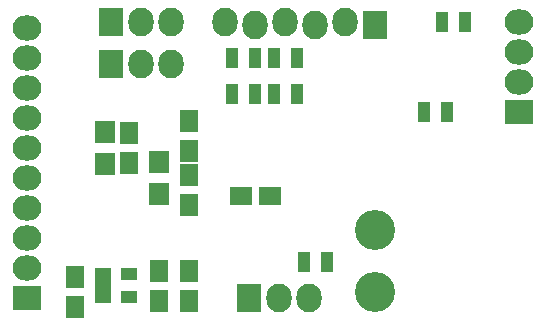
<source format=gbs>
G04 #@! TF.FileFunction,Soldermask,Bot*
%FSLAX46Y46*%
G04 Gerber Fmt 4.6, Leading zero omitted, Abs format (unit mm)*
G04 Created by KiCad (PCBNEW 4.0.1-3.201512221402+6198~38~ubuntu14.04.1-stable) date Sun 24 Jan 2016 12:58:10 PM PST*
%MOMM*%
G01*
G04 APERTURE LIST*
%ADD10C,0.100000*%
%ADD11R,1.650000X1.900000*%
%ADD12R,1.900000X1.650000*%
%ADD13R,1.460000X1.050000*%
%ADD14R,2.127200X2.432000*%
%ADD15O,2.127200X2.432000*%
%ADD16R,2.432000X2.127200*%
%ADD17O,2.432000X2.127200*%
%ADD18R,1.100000X1.700000*%
%ADD19R,1.700000X1.900000*%
%ADD20C,3.400000*%
G04 APERTURE END LIST*
D10*
D11*
X141732000Y-109494000D03*
X141732000Y-111994000D03*
X141732000Y-104922000D03*
X141732000Y-107422000D03*
X136652000Y-108438000D03*
X136652000Y-105938000D03*
D12*
X146070000Y-111252000D03*
X148570000Y-111252000D03*
D11*
X132080000Y-120630000D03*
X132080000Y-118130000D03*
X141732000Y-117622000D03*
X141732000Y-120122000D03*
D13*
X134452000Y-119756000D03*
X134452000Y-118806000D03*
X134452000Y-117856000D03*
X136652000Y-117856000D03*
X136652000Y-119756000D03*
D11*
X139192000Y-120122000D03*
X139192000Y-117622000D03*
D14*
X157480000Y-96774000D03*
D15*
X154940000Y-96520000D03*
X152400000Y-96774000D03*
X149860000Y-96520000D03*
X147320000Y-96774000D03*
X144780000Y-96520000D03*
D16*
X169672000Y-104140000D03*
D17*
X169672000Y-101600000D03*
X169672000Y-99060000D03*
X169672000Y-96520000D03*
D16*
X128016000Y-119888000D03*
D17*
X128016000Y-117348000D03*
X128016000Y-114808000D03*
X128016000Y-112268000D03*
X128016000Y-109728000D03*
X128016000Y-107188000D03*
X128016000Y-104648000D03*
X128016000Y-102108000D03*
X128016000Y-99568000D03*
X128016000Y-97028000D03*
D14*
X135128000Y-100076000D03*
D15*
X137668000Y-100076000D03*
X140208000Y-100076000D03*
D14*
X135128000Y-96520000D03*
D15*
X137668000Y-96520000D03*
X140208000Y-96520000D03*
D18*
X161610000Y-104140000D03*
X163510000Y-104140000D03*
X163134000Y-96520000D03*
X165034000Y-96520000D03*
D19*
X139192000Y-111078000D03*
X139192000Y-108378000D03*
X134620000Y-105838000D03*
X134620000Y-108538000D03*
D18*
X151450000Y-116840000D03*
X153350000Y-116840000D03*
X145354000Y-99568000D03*
X147254000Y-99568000D03*
X148910000Y-99568000D03*
X150810000Y-99568000D03*
X145354000Y-102616000D03*
X147254000Y-102616000D03*
X148910000Y-102616000D03*
X150810000Y-102616000D03*
D20*
X157480000Y-119380000D03*
X157480000Y-114080000D03*
D14*
X146812000Y-119888000D03*
D15*
X149352000Y-119888000D03*
X151892000Y-119888000D03*
M02*

</source>
